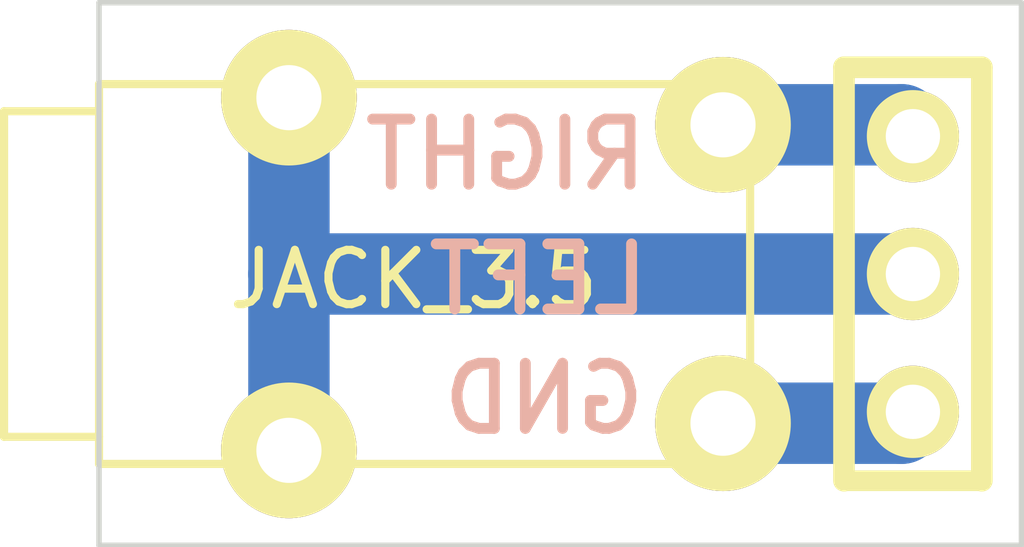
<source format=kicad_pcb>
(kicad_pcb (version 3) (host pcbnew "(2013-07-07 BZR 4022)-stable")

  (general
    (links 0)
    (no_connects 0)
    (area 176.920999 135.949999 197.7084 146.050001)
    (thickness 1.6)
    (drawings 13)
    (tracks 7)
    (zones 0)
    (modules 2)
    (nets 1)
  )

  (page A3)
  (layers
    (15 F.Cu signal)
    (0 B.Cu signal)
    (16 B.Adhes user)
    (17 F.Adhes user)
    (18 B.Paste user)
    (19 F.Paste user)
    (20 B.SilkS user)
    (21 F.SilkS user)
    (22 B.Mask user)
    (23 F.Mask user)
    (24 Dwgs.User user)
    (25 Cmts.User user)
    (26 Eco1.User user)
    (27 Eco2.User user)
    (28 Edge.Cuts user)
  )

  (setup
    (last_trace_width 0.254)
    (user_trace_width 0.5)
    (user_trace_width 1)
    (user_trace_width 1.5)
    (user_trace_width 2)
    (trace_clearance 0.254)
    (zone_clearance 0.508)
    (zone_45_only no)
    (trace_min 0.254)
    (segment_width 0.2)
    (edge_width 0.1)
    (via_size 0.889)
    (via_drill 0.635)
    (via_min_size 0.889)
    (via_min_drill 0.508)
    (uvia_size 0.508)
    (uvia_drill 0.127)
    (uvias_allowed no)
    (uvia_min_size 0.508)
    (uvia_min_drill 0.127)
    (pcb_text_width 0.3)
    (pcb_text_size 1.5 1.5)
    (mod_edge_width 0.15)
    (mod_text_size 1 1)
    (mod_text_width 0.15)
    (pad_size 1.5 1.5)
    (pad_drill 0.6)
    (pad_to_mask_clearance 0)
    (aux_axis_origin 0 0)
    (visible_elements 7FFFFFFF)
    (pcbplotparams
      (layerselection 3178497)
      (usegerberextensions true)
      (excludeedgelayer true)
      (linewidth 0.150000)
      (plotframeref false)
      (viasonmask false)
      (mode 1)
      (useauxorigin false)
      (hpglpennumber 1)
      (hpglpenspeed 20)
      (hpglpendiameter 15)
      (hpglpenoverlay 2)
      (psnegative false)
      (psa4output false)
      (plotreference true)
      (plotvalue true)
      (plotothertext true)
      (plotinvisibletext false)
      (padsonsilk false)
      (subtractmaskfromsilk false)
      (outputformat 1)
      (mirror false)
      (drillshape 1)
      (scaleselection 1)
      (outputdirectory ""))
  )

  (net 0 "")

  (net_class Default "This is the default net class."
    (clearance 0.254)
    (trace_width 0.254)
    (via_dia 0.889)
    (via_drill 0.635)
    (uvia_dia 0.508)
    (uvia_drill 0.127)
    (add_net "")
  )

  (module JACK_3.5 (layer F.Cu) (tedit 54160678) (tstamp 54165071)
    (at 56 55)
    (fp_text reference JACK_3.5 (at -0.2 0.1) (layer F.SilkS)
      (effects (font (size 1 1) (thickness 0.15)))
    )
    (fp_text value VAL** (at 0 1) (layer F.SilkS) hide
      (effects (font (size 1 1) (thickness 0.15)))
    )
    (fp_line (start -6 -3) (end -7.75 -3) (layer F.SilkS) (width 0.15))
    (fp_line (start -7.75 -3) (end -7.75 3) (layer F.SilkS) (width 0.15))
    (fp_line (start -7.75 3) (end -6 3) (layer F.SilkS) (width 0.15))
    (fp_line (start 6 -3.5) (end 6 3.5) (layer F.SilkS) (width 0.15))
    (fp_line (start 6 3.5) (end -6 3.5) (layer F.SilkS) (width 0.15))
    (fp_line (start -6 3.5) (end -6 -3.5) (layer F.SilkS) (width 0.15))
    (fp_line (start -6 -3.5) (end 6 -3.5) (layer F.SilkS) (width 0.15))
    (pad 2 thru_hole circle (at 5.5 -2.75) (size 2.5 2.5) (drill 1.2)
      (layers *.Cu *.Mask F.SilkS)
    )
    (pad 3 thru_hole circle (at 5.5 2.75) (size 2.5 2.5) (drill 1.2)
      (layers *.Cu *.Mask F.SilkS)
    )
    (pad 1 thru_hole circle (at -2.5 -3.25) (size 2.5 2.5) (drill 1.2)
      (layers *.Cu *.Mask F.SilkS)
    )
    (pad 1 thru_hole circle (at -2.5 3.25) (size 2.5 2.5) (drill 1.2)
      (layers *.Cu *.Mask F.SilkS)
    )
  )

  (module HDR-3 (layer F.Cu) (tedit 5416065F) (tstamp 5416A508)
    (at 65 55 90)
    (path HDR-5)
    (fp_text reference HDR-3 (at 0 -2.54 90) (layer F.SilkS) hide
      (effects (font (size 1.524 1.524) (thickness 0.3048)))
    )
    (fp_text value VAL** (at 0 2.54 90) (layer F.SilkS) hide
      (effects (font (size 1.524 1.524) (thickness 0.3048)))
    )
    (fp_line (start -3.81 1.27) (end 3.81 1.27) (layer F.SilkS) (width 0.39878))
    (fp_line (start -3.81 -1.27) (end 3.81 -1.27) (layer F.SilkS) (width 0.39878))
    (fp_line (start 3.81 -1.27) (end 3.81 1.27) (layer F.SilkS) (width 0.39878))
    (fp_line (start -3.81 -1.27) (end -3.81 1.27) (layer F.SilkS) (width 0.381))
    (pad 1 thru_hole circle (at -2.54 0 90) (size 1.69926 1.69926) (drill 1.00076)
      (layers *.Cu *.Mask F.SilkS)
    )
    (pad 2 thru_hole circle (at 0 0 90) (size 1.69926 1.69926) (drill 1.00076)
      (layers *.Cu *.Mask F.SilkS)
    )
    (pad 3 thru_hole circle (at 2.54 0 90) (size 1.69926 1.69926) (drill 1.00076)
      (layers *.Cu *.Mask F.SilkS)
    )
  )

  (gr_line (start 60.2 53.8) (end 54.8 53.8) (angle 90) (layer F.Adhes) (width 0.2))
  (gr_line (start 60.2 56.2) (end 54.8 56.2) (angle 90) (layer F.Adhes) (width 0.2))
  (gr_line (start 54.8 58.3) (end 54.8 51.6) (angle 90) (layer F.Adhes) (width 0.2))
  (gr_line (start 60.2 58.3) (end 54.8 58.3) (angle 90) (layer F.Adhes) (width 0.2))
  (gr_line (start 60.2 51.6) (end 60.2 58.3) (angle 90) (layer F.Adhes) (width 0.2))
  (gr_line (start 54.8 51.6) (end 60.2 51.6) (angle 90) (layer F.Adhes) (width 0.2))
  (gr_text GND (at 58.2 57.3) (layer B.SilkS)
    (effects (font (size 1.2 1.2) (thickness 0.2)) (justify mirror))
  )
  (gr_text RIGHT (at 57.5 52.8) (layer B.SilkS)
    (effects (font (size 1.2 1.2) (thickness 0.2)) (justify mirror))
  )
  (gr_text LEFT (at 58.1 55.1) (layer B.SilkS)
    (effects (font (size 1.2 1.2) (thickness 0.2)) (justify mirror))
  )
  (gr_line (start 67 50) (end 50 50) (angle 90) (layer Edge.Cuts) (width 0.1))
  (gr_line (start 67 60) (end 67 50) (angle 90) (layer Edge.Cuts) (width 0.1))
  (gr_line (start 50 60) (end 67 60) (angle 90) (layer Edge.Cuts) (width 0.1))
  (gr_line (start 50 50) (end 50 60) (angle 90) (layer Edge.Cuts) (width 0.1))

  (segment (start 61.5 57.75) (end 64.79 57.75) (width 1.5) (layer B.Cu) (net 0))
  (segment (start 64.79 57.75) (end 65 57.54) (width 1.5) (layer B.Cu) (net 0) (tstamp 5416A546))
  (segment (start 61.5 52.25) (end 64.79 52.25) (width 1.5) (layer B.Cu) (net 0))
  (segment (start 64.79 52.25) (end 65 52.46) (width 1.5) (layer B.Cu) (net 0) (tstamp 5416A543))
  (segment (start 65 55) (end 53.5 55) (width 1.5) (layer B.Cu) (net 0))
  (segment (start 53.5 51.75) (end 53.5 55) (width 1.5) (layer B.Cu) (net 0))
  (segment (start 53.5 55) (end 53.5 58.25) (width 1.5) (layer B.Cu) (net 0) (tstamp 5416A541))

)

</source>
